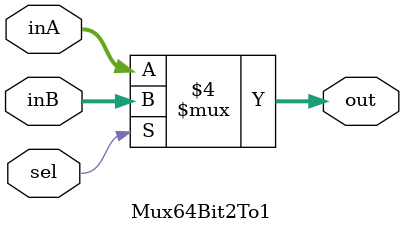
<source format=v>
`timescale 1ns / 1ps


module Mux64Bit2To1(out, inA, inB, sel);

    output reg [63:0] out;
    
    input [63:0] inA;
    input [63:0] inB;
    input sel;

    //simple mux; 0 chooses inA, 1 chooses inB.
    always @(inA, inB, sel) begin
        if(sel == 0) begin
            out <= inA;
        end
        else begin
            out <= inB;
        end
    end

endmodule

</source>
